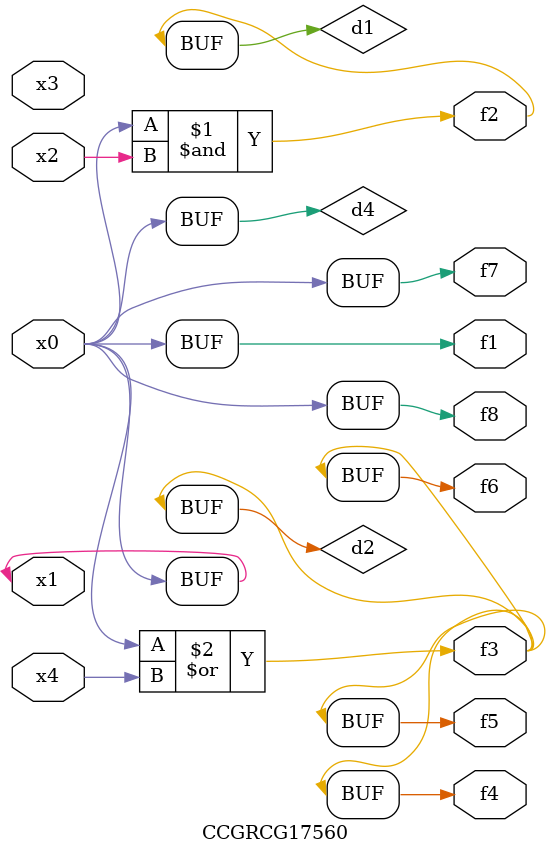
<source format=v>
module CCGRCG17560(
	input x0, x1, x2, x3, x4,
	output f1, f2, f3, f4, f5, f6, f7, f8
);

	wire d1, d2, d3, d4;

	and (d1, x0, x2);
	or (d2, x0, x4);
	nand (d3, x0, x2);
	buf (d4, x0, x1);
	assign f1 = d4;
	assign f2 = d1;
	assign f3 = d2;
	assign f4 = d2;
	assign f5 = d2;
	assign f6 = d2;
	assign f7 = d4;
	assign f8 = d4;
endmodule

</source>
